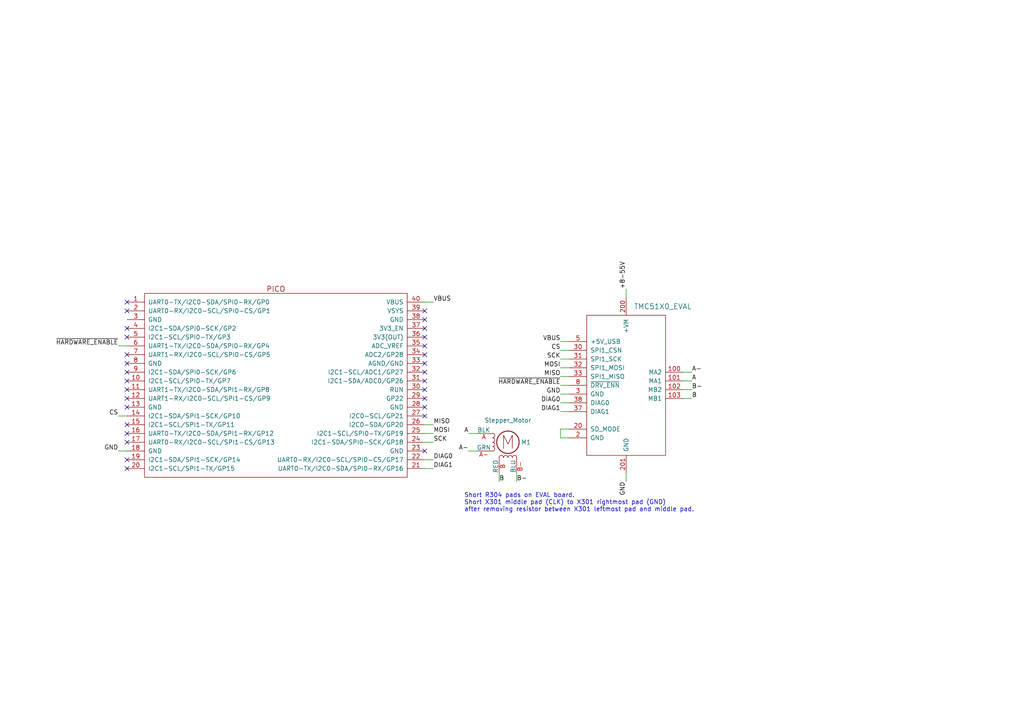
<source format=kicad_sch>
(kicad_sch (version 20230121) (generator eeschema)
  (paper "A4")
  (title_block (title "Trinamic Wiring") (date "2024-06-13") (rev "0.4") (company "Janelia Research Campus"))
  (lib_symbols
    (symbol "Janelia:PICO_HEADERS" (pin_names (offset 1.016))
      (symbol "PICO_HEADERS_0_1"
        (rectangle (start -38.1 26.67) (end 38.1 -26.67))
      )
      (symbol "PICO_HEADERS_1_1"
        (text "PICO" (at 0 27.94 0) (effects (font (size 1.524 1.524))))
        (pin bidirectional line (at -43.18 24.13 0) (length 5.08) (name "UART0-TX/I2C0-SDA/SPI0-RX/GP0") (number "1"))
        (pin bidirectional line (at -43.18 1.27 0) (length 5.08) (name "I2C1-SCL/SPI0-TX/GP7") (number "10"))
        (pin bidirectional line (at -43.18 -1.27 0) (length 5.08) (name "UART1-TX/I2C0-SDA/SPI1-RX/GP8") (number "11"))
        (pin bidirectional line (at -43.18 -3.81 0) (length 5.08) (name "UART1-RX/I2C0-SCL/SPI1-CS/GP9") (number "12"))
        (pin passive line (at -43.18 -6.35 0) (length 5.08) (name "GND") (number "13"))
        (pin bidirectional line (at -43.18 -8.89 0) (length 5.08) (name "I2C1-SDA/SPI1-SCK/GP10") (number "14"))
        (pin bidirectional line (at -43.18 -11.43 0) (length 5.08) (name "I2C1-SCL/SPI1-TX/GP11") (number "15"))
        (pin bidirectional line (at -43.18 -13.97 0) (length 5.08) (name "UART0-TX/I2C0-SDA/SPI1-RX/GP12") (number "16"))
        (pin bidirectional line (at -43.18 -16.51 0) (length 5.08) (name "UART0-RX/I2C0-SCL/SPI1-CS/GP13") (number "17"))
        (pin passive line (at -43.18 -19.05 0) (length 5.08) (name "GND") (number "18"))
        (pin bidirectional line (at -43.18 -21.59 0) (length 5.08) (name "I2C1-SDA/SPI1-SCK/GP14") (number "19"))
        (pin bidirectional line (at -43.18 21.59 0) (length 5.08) (name "UART0-RX/I2C0-SCL/SPI0-CS/GP1") (number "2"))
        (pin bidirectional line (at -43.18 -24.13 0) (length 5.08) (name "I2C1-SCL/SPI1-TX/GP15") (number "20"))
        (pin bidirectional line (at 43.18 -24.13 180) (length 5.08) (name "UART0-TX/I2C0-SDA/SPI0-RX/GP16") (number "21"))
        (pin bidirectional line (at 43.18 -21.59 180) (length 5.08) (name "UART0-RX/I2C0-SCL/SPI0-CS/GP17") (number "22"))
        (pin passive line (at 43.18 -19.05 180) (length 5.08) (name "GND") (number "23"))
        (pin bidirectional line (at 43.18 -16.51 180) (length 5.08) (name "I2C1-SDA/SPI0-SCK/GP18") (number "24"))
        (pin bidirectional line (at 43.18 -13.97 180) (length 5.08) (name "I2C1-SCL/SPI0-TX/GP19") (number "25"))
        (pin bidirectional line (at 43.18 -11.43 180) (length 5.08) (name "I2C0-SDA/GP20") (number "26"))
        (pin bidirectional line (at 43.18 -8.89 180) (length 5.08) (name "I2C0-SCL/GP21") (number "27"))
        (pin passive line (at 43.18 -6.35 180) (length 5.08) (name "GND") (number "28"))
        (pin passive line (at 43.18 -3.81 180) (length 5.08) (name "GP22") (number "29"))
        (pin passive line (at -43.18 19.05 0) (length 5.08) (name "GND") (number "3"))
        (pin passive line (at 43.18 -1.27 180) (length 5.08) (name "RUN") (number "30"))
        (pin passive line (at 43.18 1.27 180) (length 5.08) (name "I2C1-SDA/ADC0/GP26") (number "31"))
        (pin passive line (at 43.18 3.81 180) (length 5.08) (name "I2C1-SCL/ADC1/GP27") (number "32"))
        (pin passive line (at 43.18 6.35 180) (length 5.08) (name "AGND/GND") (number "33"))
        (pin passive line (at 43.18 8.89 180) (length 5.08) (name "ADC2/GP28") (number "34"))
        (pin passive line (at 43.18 11.43 180) (length 5.08) (name "ADC_VREF") (number "35"))
        (pin passive line (at 43.18 13.97 180) (length 5.08) (name "3V3(OUT)") (number "36"))
        (pin passive line (at 43.18 16.51 180) (length 5.08) (name "3V3_EN") (number "37"))
        (pin passive line (at 43.18 19.05 180) (length 5.08) (name "GND") (number "38"))
        (pin passive line (at 43.18 21.59 180) (length 5.08) (name "VSYS") (number "39"))
        (pin bidirectional line (at -43.18 16.51 0) (length 5.08) (name "I2C1-SDA/SPI0-SCK/GP2") (number "4"))
        (pin passive line (at 43.18 24.13 180) (length 5.08) (name "VBUS") (number "40"))
        (pin bidirectional line (at -43.18 13.97 0) (length 5.08) (name "I2C1-SCL/SPI0-TX/GP3") (number "5"))
        (pin bidirectional line (at -43.18 11.43 0) (length 5.08) (name "UART1-TX/I2C0-SDA/SPI0-RX/GP4") (number "6"))
        (pin bidirectional line (at -43.18 8.89 0) (length 5.08) (name "UART1-RX/I2C0-SCL/SPI0-CS/GP5") (number "7"))
        (pin passive line (at -43.18 6.35 0) (length 5.08) (name "GND") (number "8"))
        (pin bidirectional line (at -43.18 3.81 0) (length 5.08) (name "I2C1-SDA/SPI0-SCK/GP6") (number "9"))
      )
    )
    (symbol "Janelia:Stepper_Motor_QSH2818-32-07-006" (pin_names (offset 0))
      (property "Reference" "M" (at 3.81 0 0))
      (property "Value" "Stepper_Motor_QSH2818-32-07-006" (at 0 6.35 0))
      (symbol "Stepper_Motor_QSH2818-32-07-006_0_0"
        (polyline (pts (xy -1.27 -1.778) (xy -1.27 2.032) (xy 0 -0.508) (xy 1.27 2.032) (xy 1.27 -1.778)))
      )
      (symbol "Stepper_Motor_QSH2818-32-07-006_0_1"
        (arc (start -4.445 -2.54) (mid -3.8127 -1.905) (end -4.445 -1.27))
        (arc (start -4.445 -1.27) (mid -3.8127 -0.635) (end -4.445 0))
        (arc (start -4.445 0) (mid -3.8127 0.635) (end -4.445 1.27))
        (arc (start -4.445 1.27) (mid -3.8127 1.905) (end -4.445 2.54))
        (arc (start -1.27 -4.445) (mid -1.905 -3.8127) (end -2.54 -4.445))
        (arc (start 0 -4.445) (mid -0.635 -3.8127) (end -1.27 -4.445))
        (polyline (pts (xy -5.08 -2.54) (xy -4.445 -2.54)))
        (polyline (pts (xy -5.08 2.54) (xy -4.445 2.54)))
        (polyline (pts (xy -2.54 -5.08) (xy -2.54 -4.445)))
        (polyline (pts (xy 2.54 -5.08) (xy 2.54 -4.445)))
        (circle (center 0 0) (radius 3.2512) (stroke (width 0.254)))
        (arc (start 1.27 -4.445) (mid 0.635 -3.8127) (end 0 -4.445))
        (arc (start 2.54 -4.445) (mid 1.905 -3.8127) (end 1.27 -4.445))
      )
      (symbol "Stepper_Motor_QSH2818-32-07-006_1_1"
        (pin passive line (at -8.89 2.54 0) (length 3.81) (name "BLK") (number "A"))
        (pin passive line (at -8.89 -2.54 0) (length 3.81) (name "GRN") (number "A-"))
        (pin passive line (at -2.54 -8.89 90) (length 3.81) (name "RED") (number "B"))
        (pin passive line (at 2.54 -8.89 90) (length 3.81) (name "BLU") (number "B-"))
      )
    )
    (symbol "Janelia:TMC51X0_EVAL" (pin_names (offset 1.016))
      (property "Value" "TMC51X0_EVAL" (at 3.81 0 90))
      (symbol "TMC51X0_EVAL_0_1"
        (rectangle (start -11.43 20.32) (end 11.43 -20.32))
      )
      (symbol "TMC51X0_EVAL_1_1"
        (pin power_out line (at 16.51 3.81 180) (length 5.08) (name "MA2") (number "100"))
        (pin power_out line (at 16.51 1.27 180) (length 5.08) (name "MA1") (number "101"))
        (pin power_out line (at 16.51 -1.27 180) (length 5.08) (name "MB2") (number "102"))
        (pin power_out line (at 16.51 -3.81 180) (length 5.08) (name "MB1") (number "103"))
        (pin power_in line (at -16.51 -15.24 0) (length 5.08) (name "GND") (number "2"))
        (pin input line (at -16.51 -12.7 0) (length 5.08) (name "SD_MODE") (number "20"))
        (pin power_in line (at 0 25.4 270) (length 5.08) (name "+VM") (number "200"))
        (pin power_in line (at 0 -25.4 90) (length 5.08) (name "GND") (number "201"))
        (pin power_in line (at -16.51 -2.54 0) (length 5.08) (name "GND") (number "3"))
        (pin input line (at -16.51 10.16 0) (length 5.08) (name "SPI1_CSN") (number "30"))
        (pin input line (at -16.51 7.62 0) (length 5.08) (name "SPI1_SCK") (number "31"))
        (pin input line (at -16.51 5.08 0) (length 5.08) (name "SPI1_MOSI") (number "32"))
        (pin output line (at -16.51 2.54 0) (length 5.08) (name "SPI1_MISO") (number "33"))
        (pin output line (at -16.51 -7.62 0) (length 5.08) (name "DIAG1") (number "37"))
        (pin output line (at -16.51 -5.08 0) (length 5.08) (name "DIAG0") (number "38"))
        (pin power_in line (at -16.51 12.7 0) (length 5.08) (name "+5V_USB") (number "5"))
        (pin input line (at -16.51 0 0) (length 5.08) (name "~{DRV_ENN}") (number "8"))
      )
    )
  )
  (no_connect (at 123.19 90.17))
  (no_connect (at 123.19 118.11))
  (no_connect (at 123.19 130.81))
  (no_connect (at 36.83 115.57))
  (no_connect (at 36.83 125.73))
  (no_connect (at 123.19 97.79))
  (no_connect (at 36.83 128.27))
  (no_connect (at 36.83 135.89))
  (no_connect (at 123.19 92.71))
  (no_connect (at 36.83 87.63))
  (no_connect (at 36.83 105.41))
  (no_connect (at 36.83 102.87))
  (no_connect (at 36.83 107.95))
  (no_connect (at 36.83 110.49))
  (no_connect (at 36.83 113.03))
  (no_connect (at 123.19 100.33))
  (no_connect (at 123.19 95.25))
  (no_connect (at 123.19 115.57))
  (no_connect (at 123.19 113.03))
  (no_connect (at 123.19 110.49))
  (no_connect (at 123.19 107.95))
  (no_connect (at 123.19 105.41))
  (no_connect (at 123.19 102.87))
  (no_connect (at 36.83 95.25))
  (no_connect (at 36.83 118.11))
  (no_connect (at 123.19 120.65))
  (no_connect (at 36.83 123.19))
  (no_connect (at 36.83 90.17))
  (no_connect (at 36.83 97.79))
  (no_connect (at 36.83 133.35))
  (wire (pts (xy 198.12 115.57) (xy 200.66 115.57)))
  (wire (pts (xy 123.19 133.35) (xy 125.73 133.35)))
  (wire (pts (xy 165.1 116.84) (xy 162.56 116.84)))
  (wire (pts (xy 162.56 109.22) (xy 165.1 109.22)))
  (wire (pts (xy 135.89 125.73) (xy 138.43 125.73)))
  (wire (pts (xy 162.56 101.6) (xy 165.1 101.6)))
  (wire (pts (xy 34.29 120.65) (xy 36.83 120.65)))
  (wire (pts (xy 125.73 125.73) (xy 123.19 125.73)))
  (wire (pts (xy 144.78 137.16) (xy 144.78 139.7)))
  (wire (pts (xy 34.29 130.81) (xy 36.83 130.81)))
  (wire (pts (xy 165.1 127) (xy 162.56 127)))
  (wire (pts (xy 135.89 130.81) (xy 138.43 130.81)))
  (wire (pts (xy 165.1 104.14) (xy 162.56 104.14)))
  (wire (pts (xy 162.56 106.68) (xy 165.1 106.68)))
  (wire (pts (xy 123.19 87.63) (xy 125.73 87.63)))
  (wire (pts (xy 149.86 137.16) (xy 149.86 139.7)))
  (wire (pts (xy 125.73 123.19) (xy 123.19 123.19)))
  (wire (pts (xy 198.12 107.95) (xy 200.66 107.95)))
  (wire (pts (xy 162.56 127) (xy 162.56 124.46)))
  (wire (pts (xy 181.61 137.16) (xy 181.61 139.7)))
  (wire (pts (xy 181.61 86.36) (xy 181.61 83.82)))
  (wire (pts (xy 165.1 114.3) (xy 162.56 114.3)))
  (wire (pts (xy 162.56 124.46) (xy 165.1 124.46)))
  (wire (pts (xy 162.56 111.76) (xy 165.1 111.76)))
  (wire (pts (xy 198.12 110.49) (xy 200.66 110.49)))
  (wire (pts (xy 165.1 119.38) (xy 162.56 119.38)))
  (wire (pts (xy 123.19 128.27) (xy 125.73 128.27)))
  (wire (pts (xy 34.29 100.33) (xy 36.83 100.33)))
  (wire (pts (xy 165.1 99.06) (xy 162.56 99.06)))
  (wire (pts (xy 198.12 113.03) (xy 200.66 113.03)))
  (wire (pts (xy 123.19 135.89) (xy 125.73 135.89)))
  (text "Short R304 pads on EVAL board.\nShort X301 middle pad (CLK) to X301 rightmost pad (GND)\nafter removing resistor between X301 leftmost pad and middle pad. " (at 134.62 148.59 0) (effects (font (size 1.27 1.27)) (justify left bottom)))
  (label "SCK" (at 125.73 128.27 0))
  (label "GND" (at 34.29 130.81 180))
  (label "A" (at 200.66 110.49 0))
  (label "MISO" (at 162.56 109.22 180))
  (label "VBUS" (at 162.56 99.06 180))
  (label "DIAG0" (at 162.56 116.84 180))
  (label "MOSI" (at 162.56 106.68 180))
  (label "A-" (at 200.66 107.95 0))
  (label "B-" (at 149.86 139.7 0))
  (label "MISO" (at 125.73 123.19 0))
  (label "B-" (at 200.66 113.03 0))
  (label "GND" (at 181.61 139.7 270))
  (label "GND" (at 162.56 114.3 180))
  (label "CS" (at 162.56 101.6 180))
  (label "MOSI" (at 125.73 125.73 0))
  (label "DIAG1" (at 125.73 135.89 0))
  (label "CS" (at 34.29 120.65 180))
  (label "~{HARDWARE_ENABLE}" (at 34.29 100.33 180))
  (label "A-" (at 135.89 130.81 180))
  (label "DIAG1" (at 162.56 119.38 180))
  (label "~{HARDWARE_ENABLE}" (at 162.56 111.76 180))
  (label "VBUS" (at 125.73 87.63 0))
  (label "B" (at 200.66 115.57 0))
  (label "+8-55V" (at 181.61 83.82 90))
  (label "B" (at 144.78 139.7 0))
  (label "DIAG0" (at 125.73 133.35 0))
  (label "SCK" (at 162.56 104.14 180))
  (label "A" (at 135.89 125.73 180))
  (symbol (lib_id "Janelia:Stepper_Motor_QSH2818-32-07-006") (at 147.32 128.27 0) (unit 1)
    (property "Reference" "M1" (at 151.13 128.27 0) (effects (justify left)))
    (property "Value" "Stepper_Motor" (at 147.32 121.92 0))
    (property "Manufacturer" "Trinamic Motion Control" (effects hide))
    (property "Manufacturer Part Number" "QSH2818-32-07-006" (effects hide))
    (property "Vendor" "Digi-Key" (effects hide))
    (property "Vendor Part Number" "1460-1072-ND" (effects hide))
  )
  (symbol (lib_id "Janelia:PICO_HEADERS") (at 80.01 111.76 0) (unit 1)
    (property "Reference" "A3" (effects hide))
    (property "Value" "PICO_HEADERS" (effects hide))
    (property "Footprint" "Janelia:PICO_HEADERS" (effects hide))
    (property "Vendor" "Digi-Key" (effects hide))
    (property "Sim.Enable" "0" (effects hide))
  )
  (symbol (lib_id "Janelia:TMC51X0_EVAL") (at 181.61 111.76 0) (unit 1)
    (property "Reference" "EVAL1" (effects hide))
    (property "Value" "TMC51X0_EVAL" (at 183.8041 88.9 0) (effects (font (size 1.524 1.524)) (justify left)))
    (property "Vendor" "Digi-Key" (effects hide))
    (property "Vendor Part Number" "505-TMC5160-EVAL-KIT-ND" (effects hide))
    (property "Synopsis" "EVAL KIT FOR TMC5160" (effects hide))
    (property "Manufacturer" "Analog Devices Inc." (effects hide))
    (property "Manufacturer Part Number" "TMC5160-EVAL-KIT" (effects hide))
    (property "Sim.Enable" "0" (effects hide))
  )
)
</source>
